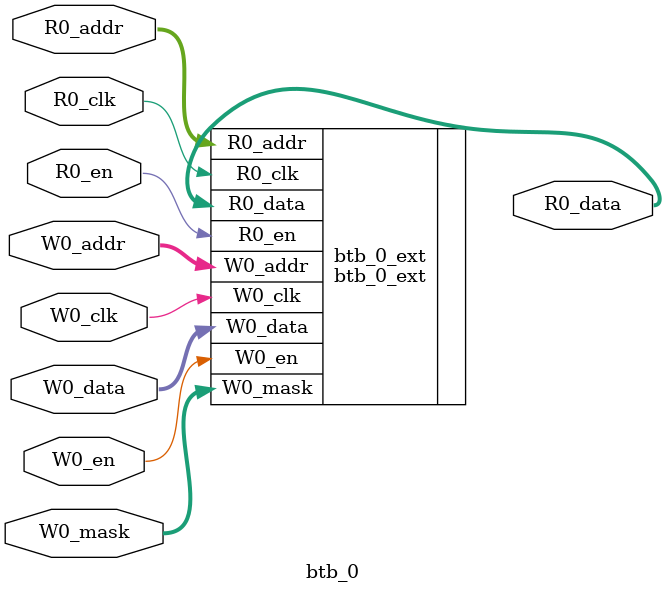
<source format=sv>
`ifndef RANDOMIZE
  `ifdef RANDOMIZE_REG_INIT
    `define RANDOMIZE
  `endif // RANDOMIZE_REG_INIT
`endif // not def RANDOMIZE
`ifndef RANDOMIZE
  `ifdef RANDOMIZE_MEM_INIT
    `define RANDOMIZE
  `endif // RANDOMIZE_MEM_INIT
`endif // not def RANDOMIZE

`ifndef RANDOM
  `define RANDOM $random
`endif // not def RANDOM

// Users can define 'PRINTF_COND' to add an extra gate to prints.
`ifndef PRINTF_COND_
  `ifdef PRINTF_COND
    `define PRINTF_COND_ (`PRINTF_COND)
  `else  // PRINTF_COND
    `define PRINTF_COND_ 1
  `endif // PRINTF_COND
`endif // not def PRINTF_COND_

// Users can define 'ASSERT_VERBOSE_COND' to add an extra gate to assert error printing.
`ifndef ASSERT_VERBOSE_COND_
  `ifdef ASSERT_VERBOSE_COND
    `define ASSERT_VERBOSE_COND_ (`ASSERT_VERBOSE_COND)
  `else  // ASSERT_VERBOSE_COND
    `define ASSERT_VERBOSE_COND_ 1
  `endif // ASSERT_VERBOSE_COND
`endif // not def ASSERT_VERBOSE_COND_

// Users can define 'STOP_COND' to add an extra gate to stop conditions.
`ifndef STOP_COND_
  `ifdef STOP_COND
    `define STOP_COND_ (`STOP_COND)
  `else  // STOP_COND
    `define STOP_COND_ 1
  `endif // STOP_COND
`endif // not def STOP_COND_

// Users can define INIT_RANDOM as general code that gets injected into the
// initializer block for modules with registers.
`ifndef INIT_RANDOM
  `define INIT_RANDOM
`endif // not def INIT_RANDOM

// If using random initialization, you can also define RANDOMIZE_DELAY to
// customize the delay used, otherwise 0.002 is used.
`ifndef RANDOMIZE_DELAY
  `define RANDOMIZE_DELAY 0.002
`endif // not def RANDOMIZE_DELAY

// Define INIT_RANDOM_PROLOG_ for use in our modules below.
`ifndef INIT_RANDOM_PROLOG_
  `ifdef RANDOMIZE
    `ifdef VERILATOR
      `define INIT_RANDOM_PROLOG_ `INIT_RANDOM
    `else  // VERILATOR
      `define INIT_RANDOM_PROLOG_ `INIT_RANDOM #`RANDOMIZE_DELAY begin end
    `endif // VERILATOR
  `else  // RANDOMIZE
    `define INIT_RANDOM_PROLOG_
  `endif // RANDOMIZE
`endif // not def INIT_RANDOM_PROLOG_

module btb_0(	// @[btb.scala:66:47]
  input  [6:0]  R0_addr,
  input         R0_en,
                R0_clk,
  input  [6:0]  W0_addr,
  input         W0_en,
                W0_clk,
  input  [55:0] W0_data,
  input  [3:0]  W0_mask,
  output [55:0] R0_data
);

  btb_0_ext btb_0_ext (	// @[btb.scala:66:47]
    .R0_addr (R0_addr),
    .R0_en   (R0_en),
    .R0_clk  (R0_clk),
    .W0_addr (W0_addr),
    .W0_en   (W0_en),
    .W0_clk  (W0_clk),
    .W0_data (W0_data),
    .W0_mask (W0_mask),
    .R0_data (R0_data)
  );
endmodule


</source>
